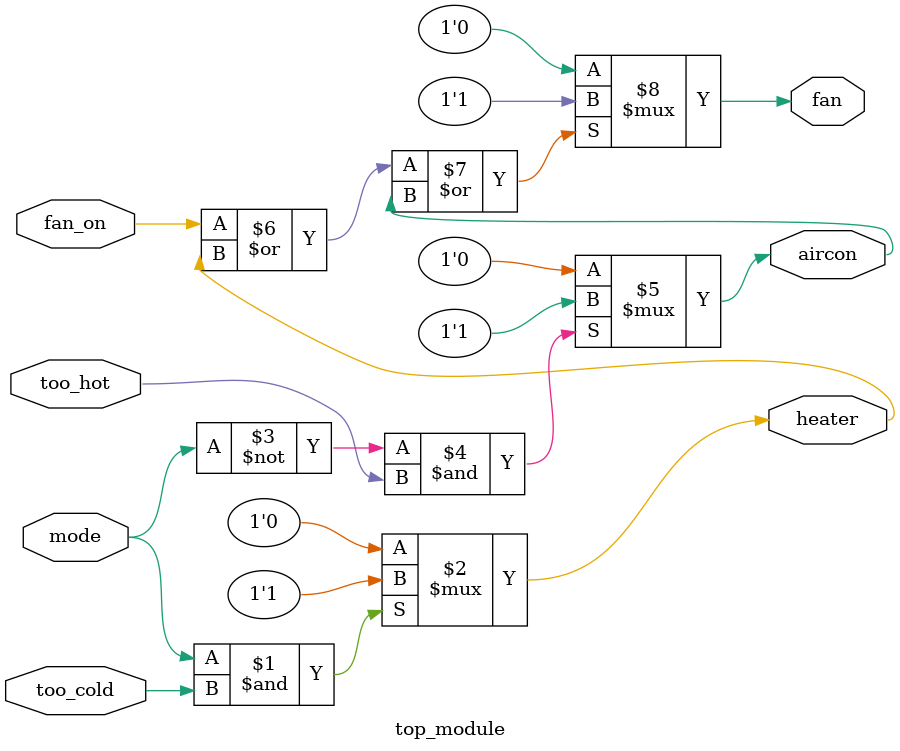
<source format=v>
module top_module (
    input too_cold,
    input too_hot,
    input mode,
    input fan_on,
    output heater,
    output aircon,
    output fan
); 
    assign heater = mode & too_cold ? 1'b1 : 1'b0; 
    assign aircon = ~mode & too_hot ? 1'b1 : 1'b0;
    assign fan = (fan_on | heater | aircon) ? 1'b1:1'b0; 

endmodule

</source>
